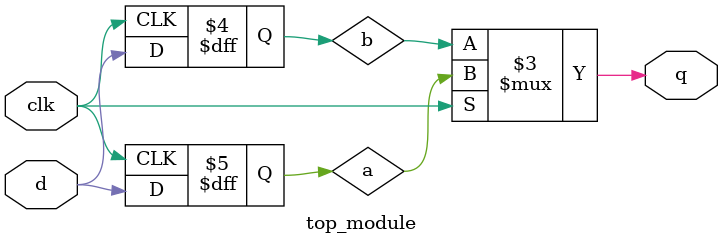
<source format=v>
module top_module (
    input clk,
    input d,
    output q
);
    reg a,b;
    always@(posedge clk)
        a<=d;
    always@(negedge clk)
        b<=d;
    assign q = clk ? a:b;
endmodule

</source>
